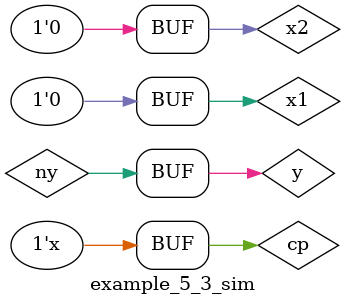
<source format=v>

`timescale 1ns / 1ps	

module example_5_3_sim();

    reg cp, x1, x2;
    wire ny, z;
    reg y;
                               
    example_5_3 U(.cp(cp), .x1(x1), .x2(x2), .y(y), .ny(ny), .z(z));

    initial begin
         #0
         y=0;
         cp=1;
         x1=0;
         x2=0;
         #20          
         x1=0;
         x2=1;
         #20
         x1=1;
         x2=0;
         #20 
         x1=1;
         x2=1;
         #20 
         x1=0;
         x2=1;
         #20 
         x1=1;
         x2=1;
         #20 
         x1=1;
         x2=0;
         #20 
         x1=0;
         x2=0;
    end
    
    always #10 cp <= ~cp;

    always #20 y <= ny;

endmodule
</source>
